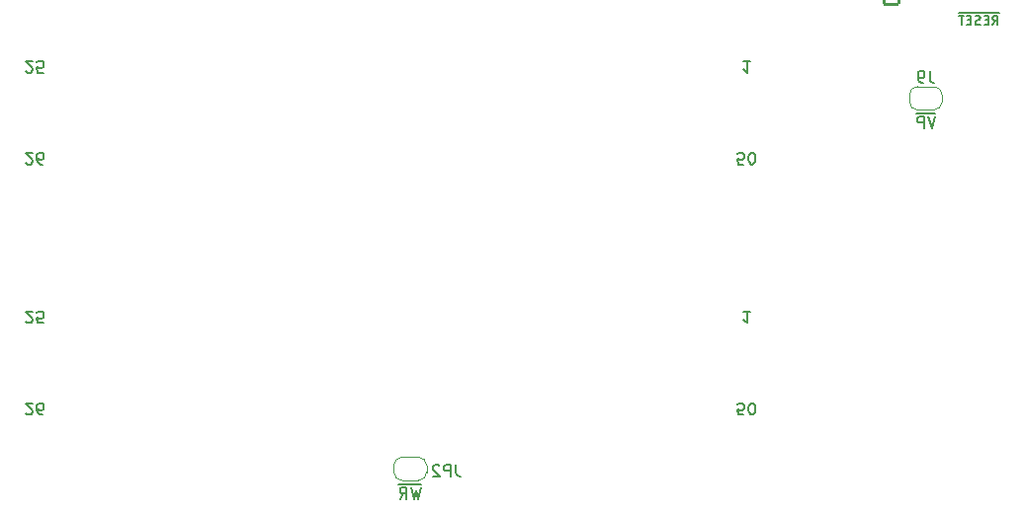
<source format=gbr>
G04 #@! TF.GenerationSoftware,KiCad,Pcbnew,7.0.7*
G04 #@! TF.CreationDate,2024-07-02T20:52:08-05:00*
G04 #@! TF.ProjectId,simple6502,73696d70-6c65-4363-9530-322e6b696361,1.6*
G04 #@! TF.SameCoordinates,Original*
G04 #@! TF.FileFunction,Legend,Bot*
G04 #@! TF.FilePolarity,Positive*
%FSLAX46Y46*%
G04 Gerber Fmt 4.6, Leading zero omitted, Abs format (unit mm)*
G04 Created by KiCad (PCBNEW 7.0.7) date 2024-07-02 20:52:08*
%MOMM*%
%LPD*%
G01*
G04 APERTURE LIST*
G04 Aperture macros list*
%AMRoundRect*
0 Rectangle with rounded corners*
0 $1 Rounding radius*
0 $2 $3 $4 $5 $6 $7 $8 $9 X,Y pos of 4 corners*
0 Add a 4 corners polygon primitive as box body*
4,1,4,$2,$3,$4,$5,$6,$7,$8,$9,$2,$3,0*
0 Add four circle primitives for the rounded corners*
1,1,$1+$1,$2,$3*
1,1,$1+$1,$4,$5*
1,1,$1+$1,$6,$7*
1,1,$1+$1,$8,$9*
0 Add four rect primitives between the rounded corners*
20,1,$1+$1,$2,$3,$4,$5,0*
20,1,$1+$1,$4,$5,$6,$7,0*
20,1,$1+$1,$6,$7,$8,$9,0*
20,1,$1+$1,$8,$9,$2,$3,0*%
%AMFreePoly0*
4,1,19,0.500000,-0.750000,0.000000,-0.750000,0.000000,-0.744911,-0.071157,-0.744911,-0.207708,-0.704816,-0.327430,-0.627875,-0.420627,-0.520320,-0.479746,-0.390866,-0.500000,-0.250000,-0.500000,0.250000,-0.479746,0.390866,-0.420627,0.520320,-0.327430,0.627875,-0.207708,0.704816,-0.071157,0.744911,0.000000,0.744911,0.000000,0.750000,0.500000,0.750000,0.500000,-0.750000,0.500000,-0.750000,
$1*%
%AMFreePoly1*
4,1,19,0.000000,0.744911,0.071157,0.744911,0.207708,0.704816,0.327430,0.627875,0.420627,0.520320,0.479746,0.390866,0.500000,0.250000,0.500000,-0.250000,0.479746,-0.390866,0.420627,-0.520320,0.327430,-0.627875,0.207708,-0.704816,0.071157,-0.744911,0.000000,-0.744911,0.000000,-0.750000,-0.500000,-0.750000,-0.500000,0.750000,0.000000,0.750000,0.000000,0.744911,0.000000,0.744911,
$1*%
G04 Aperture macros list end*
%ADD10C,0.150000*%
%ADD11C,0.120000*%
%ADD12R,1.600000X1.600000*%
%ADD13O,1.600000X1.600000*%
%ADD14C,1.600000*%
%ADD15C,1.400000*%
%ADD16O,1.400000X1.400000*%
%ADD17R,1.524000X1.524000*%
%ADD18C,1.524000*%
%ADD19RoundRect,0.102000X0.635000X0.635000X-0.635000X0.635000X-0.635000X-0.635000X0.635000X-0.635000X0*%
%ADD20C,1.474000*%
%ADD21R,1.800000X1.800000*%
%ADD22C,1.800000*%
%ADD23R,1.700000X1.700000*%
%ADD24O,1.700000X1.700000*%
%ADD25C,0.800000*%
%ADD26C,5.400000*%
%ADD27R,3.500000X3.500000*%
%ADD28RoundRect,0.750000X-0.750000X-1.000000X0.750000X-1.000000X0.750000X1.000000X-0.750000X1.000000X0*%
%ADD29RoundRect,0.875000X-0.875000X-0.875000X0.875000X-0.875000X0.875000X0.875000X-0.875000X0.875000X0*%
%ADD30C,1.700000*%
%ADD31FreePoly0,180.000000*%
%ADD32FreePoly1,180.000000*%
G04 APERTURE END LIST*
D10*
X137573696Y-56014295D02*
X137840363Y-55633342D01*
X138030839Y-56014295D02*
X138030839Y-55214295D01*
X138030839Y-55214295D02*
X137726077Y-55214295D01*
X137726077Y-55214295D02*
X137649887Y-55252390D01*
X137649887Y-55252390D02*
X137611792Y-55290485D01*
X137611792Y-55290485D02*
X137573696Y-55366676D01*
X137573696Y-55366676D02*
X137573696Y-55480961D01*
X137573696Y-55480961D02*
X137611792Y-55557152D01*
X137611792Y-55557152D02*
X137649887Y-55595247D01*
X137649887Y-55595247D02*
X137726077Y-55633342D01*
X137726077Y-55633342D02*
X138030839Y-55633342D01*
X137230839Y-55595247D02*
X136964173Y-55595247D01*
X136849887Y-56014295D02*
X137230839Y-56014295D01*
X137230839Y-56014295D02*
X137230839Y-55214295D01*
X137230839Y-55214295D02*
X136849887Y-55214295D01*
X136545125Y-55976200D02*
X136430839Y-56014295D01*
X136430839Y-56014295D02*
X136240363Y-56014295D01*
X136240363Y-56014295D02*
X136164172Y-55976200D01*
X136164172Y-55976200D02*
X136126077Y-55938104D01*
X136126077Y-55938104D02*
X136087982Y-55861914D01*
X136087982Y-55861914D02*
X136087982Y-55785723D01*
X136087982Y-55785723D02*
X136126077Y-55709533D01*
X136126077Y-55709533D02*
X136164172Y-55671438D01*
X136164172Y-55671438D02*
X136240363Y-55633342D01*
X136240363Y-55633342D02*
X136392744Y-55595247D01*
X136392744Y-55595247D02*
X136468934Y-55557152D01*
X136468934Y-55557152D02*
X136507029Y-55519057D01*
X136507029Y-55519057D02*
X136545125Y-55442866D01*
X136545125Y-55442866D02*
X136545125Y-55366676D01*
X136545125Y-55366676D02*
X136507029Y-55290485D01*
X136507029Y-55290485D02*
X136468934Y-55252390D01*
X136468934Y-55252390D02*
X136392744Y-55214295D01*
X136392744Y-55214295D02*
X136202267Y-55214295D01*
X136202267Y-55214295D02*
X136087982Y-55252390D01*
X135745124Y-55595247D02*
X135478458Y-55595247D01*
X135364172Y-56014295D02*
X135745124Y-56014295D01*
X135745124Y-56014295D02*
X135745124Y-55214295D01*
X135745124Y-55214295D02*
X135364172Y-55214295D01*
X135135600Y-55214295D02*
X134678457Y-55214295D01*
X134907029Y-56014295D02*
X134907029Y-55214295D01*
X138141316Y-54992200D02*
X134682267Y-54992200D01*
X54773160Y-67886942D02*
X54820779Y-67934561D01*
X54820779Y-67934561D02*
X54916017Y-67982180D01*
X54916017Y-67982180D02*
X55154112Y-67982180D01*
X55154112Y-67982180D02*
X55249350Y-67934561D01*
X55249350Y-67934561D02*
X55296969Y-67886942D01*
X55296969Y-67886942D02*
X55344588Y-67791704D01*
X55344588Y-67791704D02*
X55344588Y-67696466D01*
X55344588Y-67696466D02*
X55296969Y-67553609D01*
X55296969Y-67553609D02*
X54725541Y-66982180D01*
X54725541Y-66982180D02*
X55344588Y-66982180D01*
X56201731Y-67982180D02*
X56011255Y-67982180D01*
X56011255Y-67982180D02*
X55916017Y-67934561D01*
X55916017Y-67934561D02*
X55868398Y-67886942D01*
X55868398Y-67886942D02*
X55773160Y-67744085D01*
X55773160Y-67744085D02*
X55725541Y-67553609D01*
X55725541Y-67553609D02*
X55725541Y-67172657D01*
X55725541Y-67172657D02*
X55773160Y-67077419D01*
X55773160Y-67077419D02*
X55820779Y-67029800D01*
X55820779Y-67029800D02*
X55916017Y-66982180D01*
X55916017Y-66982180D02*
X56106493Y-66982180D01*
X56106493Y-66982180D02*
X56201731Y-67029800D01*
X56201731Y-67029800D02*
X56249350Y-67077419D01*
X56249350Y-67077419D02*
X56296969Y-67172657D01*
X56296969Y-67172657D02*
X56296969Y-67410752D01*
X56296969Y-67410752D02*
X56249350Y-67505990D01*
X56249350Y-67505990D02*
X56201731Y-67553609D01*
X56201731Y-67553609D02*
X56106493Y-67601228D01*
X56106493Y-67601228D02*
X55916017Y-67601228D01*
X55916017Y-67601228D02*
X55820779Y-67553609D01*
X55820779Y-67553609D02*
X55773160Y-67505990D01*
X55773160Y-67505990D02*
X55725541Y-67410752D01*
X116256969Y-67982180D02*
X115780779Y-67982180D01*
X115780779Y-67982180D02*
X115733160Y-67505990D01*
X115733160Y-67505990D02*
X115780779Y-67553609D01*
X115780779Y-67553609D02*
X115876017Y-67601228D01*
X115876017Y-67601228D02*
X116114112Y-67601228D01*
X116114112Y-67601228D02*
X116209350Y-67553609D01*
X116209350Y-67553609D02*
X116256969Y-67505990D01*
X116256969Y-67505990D02*
X116304588Y-67410752D01*
X116304588Y-67410752D02*
X116304588Y-67172657D01*
X116304588Y-67172657D02*
X116256969Y-67077419D01*
X116256969Y-67077419D02*
X116209350Y-67029800D01*
X116209350Y-67029800D02*
X116114112Y-66982180D01*
X116114112Y-66982180D02*
X115876017Y-66982180D01*
X115876017Y-66982180D02*
X115780779Y-67029800D01*
X115780779Y-67029800D02*
X115733160Y-67077419D01*
X116923636Y-67982180D02*
X117018874Y-67982180D01*
X117018874Y-67982180D02*
X117114112Y-67934561D01*
X117114112Y-67934561D02*
X117161731Y-67886942D01*
X117161731Y-67886942D02*
X117209350Y-67791704D01*
X117209350Y-67791704D02*
X117256969Y-67601228D01*
X117256969Y-67601228D02*
X117256969Y-67363133D01*
X117256969Y-67363133D02*
X117209350Y-67172657D01*
X117209350Y-67172657D02*
X117161731Y-67077419D01*
X117161731Y-67077419D02*
X117114112Y-67029800D01*
X117114112Y-67029800D02*
X117018874Y-66982180D01*
X117018874Y-66982180D02*
X116923636Y-66982180D01*
X116923636Y-66982180D02*
X116828398Y-67029800D01*
X116828398Y-67029800D02*
X116780779Y-67077419D01*
X116780779Y-67077419D02*
X116733160Y-67172657D01*
X116733160Y-67172657D02*
X116685541Y-67363133D01*
X116685541Y-67363133D02*
X116685541Y-67601228D01*
X116685541Y-67601228D02*
X116733160Y-67791704D01*
X116733160Y-67791704D02*
X116780779Y-67886942D01*
X116780779Y-67886942D02*
X116828398Y-67934561D01*
X116828398Y-67934561D02*
X116923636Y-67982180D01*
X54773160Y-60012942D02*
X54820779Y-60060561D01*
X54820779Y-60060561D02*
X54916017Y-60108180D01*
X54916017Y-60108180D02*
X55154112Y-60108180D01*
X55154112Y-60108180D02*
X55249350Y-60060561D01*
X55249350Y-60060561D02*
X55296969Y-60012942D01*
X55296969Y-60012942D02*
X55344588Y-59917704D01*
X55344588Y-59917704D02*
X55344588Y-59822466D01*
X55344588Y-59822466D02*
X55296969Y-59679609D01*
X55296969Y-59679609D02*
X54725541Y-59108180D01*
X54725541Y-59108180D02*
X55344588Y-59108180D01*
X56249350Y-60108180D02*
X55773160Y-60108180D01*
X55773160Y-60108180D02*
X55725541Y-59631990D01*
X55725541Y-59631990D02*
X55773160Y-59679609D01*
X55773160Y-59679609D02*
X55868398Y-59727228D01*
X55868398Y-59727228D02*
X56106493Y-59727228D01*
X56106493Y-59727228D02*
X56201731Y-59679609D01*
X56201731Y-59679609D02*
X56249350Y-59631990D01*
X56249350Y-59631990D02*
X56296969Y-59536752D01*
X56296969Y-59536752D02*
X56296969Y-59298657D01*
X56296969Y-59298657D02*
X56249350Y-59203419D01*
X56249350Y-59203419D02*
X56201731Y-59155800D01*
X56201731Y-59155800D02*
X56106493Y-59108180D01*
X56106493Y-59108180D02*
X55868398Y-59108180D01*
X55868398Y-59108180D02*
X55773160Y-59155800D01*
X55773160Y-59155800D02*
X55725541Y-59203419D01*
X116812588Y-59108180D02*
X116241160Y-59108180D01*
X116526874Y-59108180D02*
X116526874Y-60108180D01*
X116526874Y-60108180D02*
X116431636Y-59965323D01*
X116431636Y-59965323D02*
X116336398Y-59870085D01*
X116336398Y-59870085D02*
X116241160Y-59822466D01*
X54773160Y-89376942D02*
X54820779Y-89424561D01*
X54820779Y-89424561D02*
X54916017Y-89472180D01*
X54916017Y-89472180D02*
X55154112Y-89472180D01*
X55154112Y-89472180D02*
X55249350Y-89424561D01*
X55249350Y-89424561D02*
X55296969Y-89376942D01*
X55296969Y-89376942D02*
X55344588Y-89281704D01*
X55344588Y-89281704D02*
X55344588Y-89186466D01*
X55344588Y-89186466D02*
X55296969Y-89043609D01*
X55296969Y-89043609D02*
X54725541Y-88472180D01*
X54725541Y-88472180D02*
X55344588Y-88472180D01*
X56201731Y-89472180D02*
X56011255Y-89472180D01*
X56011255Y-89472180D02*
X55916017Y-89424561D01*
X55916017Y-89424561D02*
X55868398Y-89376942D01*
X55868398Y-89376942D02*
X55773160Y-89234085D01*
X55773160Y-89234085D02*
X55725541Y-89043609D01*
X55725541Y-89043609D02*
X55725541Y-88662657D01*
X55725541Y-88662657D02*
X55773160Y-88567419D01*
X55773160Y-88567419D02*
X55820779Y-88519800D01*
X55820779Y-88519800D02*
X55916017Y-88472180D01*
X55916017Y-88472180D02*
X56106493Y-88472180D01*
X56106493Y-88472180D02*
X56201731Y-88519800D01*
X56201731Y-88519800D02*
X56249350Y-88567419D01*
X56249350Y-88567419D02*
X56296969Y-88662657D01*
X56296969Y-88662657D02*
X56296969Y-88900752D01*
X56296969Y-88900752D02*
X56249350Y-88995990D01*
X56249350Y-88995990D02*
X56201731Y-89043609D01*
X56201731Y-89043609D02*
X56106493Y-89091228D01*
X56106493Y-89091228D02*
X55916017Y-89091228D01*
X55916017Y-89091228D02*
X55820779Y-89043609D01*
X55820779Y-89043609D02*
X55773160Y-88995990D01*
X55773160Y-88995990D02*
X55725541Y-88900752D01*
X116812588Y-80598180D02*
X116241160Y-80598180D01*
X116526874Y-80598180D02*
X116526874Y-81598180D01*
X116526874Y-81598180D02*
X116431636Y-81455323D01*
X116431636Y-81455323D02*
X116336398Y-81360085D01*
X116336398Y-81360085D02*
X116241160Y-81312466D01*
X54773160Y-81502942D02*
X54820779Y-81550561D01*
X54820779Y-81550561D02*
X54916017Y-81598180D01*
X54916017Y-81598180D02*
X55154112Y-81598180D01*
X55154112Y-81598180D02*
X55249350Y-81550561D01*
X55249350Y-81550561D02*
X55296969Y-81502942D01*
X55296969Y-81502942D02*
X55344588Y-81407704D01*
X55344588Y-81407704D02*
X55344588Y-81312466D01*
X55344588Y-81312466D02*
X55296969Y-81169609D01*
X55296969Y-81169609D02*
X54725541Y-80598180D01*
X54725541Y-80598180D02*
X55344588Y-80598180D01*
X56249350Y-81598180D02*
X55773160Y-81598180D01*
X55773160Y-81598180D02*
X55725541Y-81121990D01*
X55725541Y-81121990D02*
X55773160Y-81169609D01*
X55773160Y-81169609D02*
X55868398Y-81217228D01*
X55868398Y-81217228D02*
X56106493Y-81217228D01*
X56106493Y-81217228D02*
X56201731Y-81169609D01*
X56201731Y-81169609D02*
X56249350Y-81121990D01*
X56249350Y-81121990D02*
X56296969Y-81026752D01*
X56296969Y-81026752D02*
X56296969Y-80788657D01*
X56296969Y-80788657D02*
X56249350Y-80693419D01*
X56249350Y-80693419D02*
X56201731Y-80645800D01*
X56201731Y-80645800D02*
X56106493Y-80598180D01*
X56106493Y-80598180D02*
X55868398Y-80598180D01*
X55868398Y-80598180D02*
X55773160Y-80645800D01*
X55773160Y-80645800D02*
X55725541Y-80693419D01*
X116256969Y-89472180D02*
X115780779Y-89472180D01*
X115780779Y-89472180D02*
X115733160Y-88995990D01*
X115733160Y-88995990D02*
X115780779Y-89043609D01*
X115780779Y-89043609D02*
X115876017Y-89091228D01*
X115876017Y-89091228D02*
X116114112Y-89091228D01*
X116114112Y-89091228D02*
X116209350Y-89043609D01*
X116209350Y-89043609D02*
X116256969Y-88995990D01*
X116256969Y-88995990D02*
X116304588Y-88900752D01*
X116304588Y-88900752D02*
X116304588Y-88662657D01*
X116304588Y-88662657D02*
X116256969Y-88567419D01*
X116256969Y-88567419D02*
X116209350Y-88519800D01*
X116209350Y-88519800D02*
X116114112Y-88472180D01*
X116114112Y-88472180D02*
X115876017Y-88472180D01*
X115876017Y-88472180D02*
X115780779Y-88519800D01*
X115780779Y-88519800D02*
X115733160Y-88567419D01*
X116923636Y-89472180D02*
X117018874Y-89472180D01*
X117018874Y-89472180D02*
X117114112Y-89424561D01*
X117114112Y-89424561D02*
X117161731Y-89376942D01*
X117161731Y-89376942D02*
X117209350Y-89281704D01*
X117209350Y-89281704D02*
X117256969Y-89091228D01*
X117256969Y-89091228D02*
X117256969Y-88853133D01*
X117256969Y-88853133D02*
X117209350Y-88662657D01*
X117209350Y-88662657D02*
X117161731Y-88567419D01*
X117161731Y-88567419D02*
X117114112Y-88519800D01*
X117114112Y-88519800D02*
X117018874Y-88472180D01*
X117018874Y-88472180D02*
X116923636Y-88472180D01*
X116923636Y-88472180D02*
X116828398Y-88519800D01*
X116828398Y-88519800D02*
X116780779Y-88567419D01*
X116780779Y-88567419D02*
X116733160Y-88662657D01*
X116733160Y-88662657D02*
X116685541Y-88853133D01*
X116685541Y-88853133D02*
X116685541Y-89091228D01*
X116685541Y-89091228D02*
X116733160Y-89281704D01*
X116733160Y-89281704D02*
X116780779Y-89376942D01*
X116780779Y-89376942D02*
X116828398Y-89424561D01*
X116828398Y-89424561D02*
X116923636Y-89472180D01*
X91613333Y-93764819D02*
X91613333Y-94479104D01*
X91613333Y-94479104D02*
X91660952Y-94621961D01*
X91660952Y-94621961D02*
X91756190Y-94717200D01*
X91756190Y-94717200D02*
X91899047Y-94764819D01*
X91899047Y-94764819D02*
X91994285Y-94764819D01*
X91137142Y-94764819D02*
X91137142Y-93764819D01*
X91137142Y-93764819D02*
X90756190Y-93764819D01*
X90756190Y-93764819D02*
X90660952Y-93812438D01*
X90660952Y-93812438D02*
X90613333Y-93860057D01*
X90613333Y-93860057D02*
X90565714Y-93955295D01*
X90565714Y-93955295D02*
X90565714Y-94098152D01*
X90565714Y-94098152D02*
X90613333Y-94193390D01*
X90613333Y-94193390D02*
X90660952Y-94241009D01*
X90660952Y-94241009D02*
X90756190Y-94288628D01*
X90756190Y-94288628D02*
X91137142Y-94288628D01*
X90184761Y-93860057D02*
X90137142Y-93812438D01*
X90137142Y-93812438D02*
X90041904Y-93764819D01*
X90041904Y-93764819D02*
X89803809Y-93764819D01*
X89803809Y-93764819D02*
X89708571Y-93812438D01*
X89708571Y-93812438D02*
X89660952Y-93860057D01*
X89660952Y-93860057D02*
X89613333Y-93955295D01*
X89613333Y-93955295D02*
X89613333Y-94050533D01*
X89613333Y-94050533D02*
X89660952Y-94193390D01*
X89660952Y-94193390D02*
X90232380Y-94764819D01*
X90232380Y-94764819D02*
X89613333Y-94764819D01*
X88618570Y-95704819D02*
X88380475Y-96704819D01*
X88380475Y-96704819D02*
X88189999Y-95990533D01*
X88189999Y-95990533D02*
X87999523Y-96704819D01*
X87999523Y-96704819D02*
X87761428Y-95704819D01*
X86809047Y-96704819D02*
X87142380Y-96228628D01*
X87380475Y-96704819D02*
X87380475Y-95704819D01*
X87380475Y-95704819D02*
X86999523Y-95704819D01*
X86999523Y-95704819D02*
X86904285Y-95752438D01*
X86904285Y-95752438D02*
X86856666Y-95800057D01*
X86856666Y-95800057D02*
X86809047Y-95895295D01*
X86809047Y-95895295D02*
X86809047Y-96038152D01*
X86809047Y-96038152D02*
X86856666Y-96133390D01*
X86856666Y-96133390D02*
X86904285Y-96181009D01*
X86904285Y-96181009D02*
X86999523Y-96228628D01*
X86999523Y-96228628D02*
X87380475Y-96228628D01*
X88661428Y-95427200D02*
X86718571Y-95427200D01*
X132193333Y-59974819D02*
X132193333Y-60689104D01*
X132193333Y-60689104D02*
X132240952Y-60831961D01*
X132240952Y-60831961D02*
X132336190Y-60927200D01*
X132336190Y-60927200D02*
X132479047Y-60974819D01*
X132479047Y-60974819D02*
X132574285Y-60974819D01*
X131669523Y-60974819D02*
X131479047Y-60974819D01*
X131479047Y-60974819D02*
X131383809Y-60927200D01*
X131383809Y-60927200D02*
X131336190Y-60879580D01*
X131336190Y-60879580D02*
X131240952Y-60736723D01*
X131240952Y-60736723D02*
X131193333Y-60546247D01*
X131193333Y-60546247D02*
X131193333Y-60165295D01*
X131193333Y-60165295D02*
X131240952Y-60070057D01*
X131240952Y-60070057D02*
X131288571Y-60022438D01*
X131288571Y-60022438D02*
X131383809Y-59974819D01*
X131383809Y-59974819D02*
X131574285Y-59974819D01*
X131574285Y-59974819D02*
X131669523Y-60022438D01*
X131669523Y-60022438D02*
X131717142Y-60070057D01*
X131717142Y-60070057D02*
X131764761Y-60165295D01*
X131764761Y-60165295D02*
X131764761Y-60403390D01*
X131764761Y-60403390D02*
X131717142Y-60498628D01*
X131717142Y-60498628D02*
X131669523Y-60546247D01*
X131669523Y-60546247D02*
X131574285Y-60593866D01*
X131574285Y-60593866D02*
X131383809Y-60593866D01*
X131383809Y-60593866D02*
X131288571Y-60546247D01*
X131288571Y-60546247D02*
X131240952Y-60498628D01*
X131240952Y-60498628D02*
X131193333Y-60403390D01*
X132693332Y-63884819D02*
X132359999Y-64884819D01*
X132359999Y-64884819D02*
X132026666Y-63884819D01*
X131693332Y-64884819D02*
X131693332Y-63884819D01*
X131693332Y-63884819D02*
X131312380Y-63884819D01*
X131312380Y-63884819D02*
X131217142Y-63932438D01*
X131217142Y-63932438D02*
X131169523Y-63980057D01*
X131169523Y-63980057D02*
X131121904Y-64075295D01*
X131121904Y-64075295D02*
X131121904Y-64218152D01*
X131121904Y-64218152D02*
X131169523Y-64313390D01*
X131169523Y-64313390D02*
X131217142Y-64361009D01*
X131217142Y-64361009D02*
X131312380Y-64408628D01*
X131312380Y-64408628D02*
X131693332Y-64408628D01*
X132688571Y-63607200D02*
X131031428Y-63607200D01*
D11*
X89100000Y-94420000D02*
X89100000Y-93820000D01*
X88400000Y-93120000D02*
X87000000Y-93120000D01*
X87000000Y-95120000D02*
X88400000Y-95120000D01*
X86300000Y-93820000D02*
X86300000Y-94420000D01*
X88400000Y-95120000D02*
G75*
G03*
X89100000Y-94420000I1J699999D01*
G01*
X89100000Y-93820000D02*
G75*
G03*
X88400000Y-93120000I-699999J1D01*
G01*
X86300000Y-94420000D02*
G75*
G03*
X87000000Y-95120000I700000J0D01*
G01*
X87000000Y-93120000D02*
G75*
G03*
X86300000Y-93820000I0J-700000D01*
G01*
X133260000Y-62620000D02*
X133260000Y-62020000D01*
X132560000Y-61320000D02*
X131160000Y-61320000D01*
X131160000Y-63320000D02*
X132560000Y-63320000D01*
X130460000Y-62020000D02*
X130460000Y-62620000D01*
X132560000Y-63320000D02*
G75*
G03*
X133260000Y-62620000I1J699999D01*
G01*
X133260000Y-62020000D02*
G75*
G03*
X132560000Y-61320000I-699999J1D01*
G01*
X130460000Y-62620000D02*
G75*
G03*
X131160000Y-63320000I700000J0D01*
G01*
X131160000Y-61320000D02*
G75*
G03*
X130460000Y-62020000I0J-700000D01*
G01*
%LPC*%
D12*
X55810000Y-122720000D03*
D13*
X58350000Y-122720000D03*
X60890000Y-122720000D03*
X63430000Y-122720000D03*
X65970000Y-122720000D03*
X68510000Y-122720000D03*
X71050000Y-122720000D03*
X73590000Y-122720000D03*
X73590000Y-115100000D03*
X71050000Y-115100000D03*
X68510000Y-115100000D03*
X65970000Y-115100000D03*
X63430000Y-115100000D03*
X60890000Y-115100000D03*
X58350000Y-115100000D03*
X55810000Y-115100000D03*
D12*
X55400000Y-73050000D03*
D14*
X55400000Y-75550000D03*
D15*
X147500000Y-72500000D03*
D16*
X147500000Y-80120000D03*
D15*
X147500000Y-67400000D03*
D16*
X147500000Y-59780000D03*
D17*
X116460000Y-61020000D03*
D18*
X113920000Y-61020000D03*
X111390000Y-61020000D03*
X108860000Y-61020000D03*
X106320000Y-61020000D03*
X103780000Y-61020000D03*
X101240000Y-61020000D03*
X98700000Y-61020000D03*
X96160000Y-61020000D03*
X93600000Y-61010000D03*
X91060000Y-61010000D03*
X88520000Y-61010000D03*
X85980000Y-61010000D03*
X83440000Y-61010000D03*
X80900000Y-61010000D03*
X78360000Y-61010000D03*
X75820000Y-61010000D03*
X73280000Y-61010000D03*
X70740000Y-61010000D03*
X68200000Y-61010000D03*
X65660000Y-61010000D03*
X63120000Y-61010000D03*
X60580000Y-61010000D03*
X58040000Y-61010000D03*
X55500000Y-61010000D03*
X55500000Y-66090000D03*
X58040000Y-66090000D03*
X60580000Y-66090000D03*
X63120000Y-66090000D03*
X65660000Y-66090000D03*
X68200000Y-66090000D03*
X70740000Y-66090000D03*
X73280000Y-66090000D03*
X75820000Y-66090000D03*
X78360000Y-66090000D03*
X80900000Y-66090000D03*
X83440000Y-66090000D03*
X85980000Y-66090000D03*
X88520000Y-66090000D03*
X91060000Y-66090000D03*
X93600000Y-66090000D03*
X96140000Y-66090000D03*
X98680000Y-66090000D03*
X101220000Y-66090000D03*
X103760000Y-66090000D03*
X106300000Y-66090000D03*
X108840000Y-66090000D03*
X111380000Y-66090000D03*
X113920000Y-66090000D03*
X116460000Y-66090000D03*
D14*
X52900000Y-91900000D03*
X52900000Y-94400000D03*
X82950000Y-111410000D03*
X82950000Y-113910000D03*
D15*
X65540000Y-134630000D03*
D16*
X65540000Y-127010000D03*
D19*
X128940000Y-53590000D03*
D20*
X127670000Y-55360000D03*
X126400000Y-53590000D03*
D14*
X52900000Y-103450000D03*
X52900000Y-105950000D03*
D21*
X70420000Y-132990000D03*
D22*
X72960000Y-132990000D03*
D17*
X116460000Y-82510000D03*
D18*
X113920000Y-82510000D03*
X111390000Y-82510000D03*
X108860000Y-82510000D03*
X106320000Y-82510000D03*
X103780000Y-82510000D03*
X101240000Y-82510000D03*
X98700000Y-82510000D03*
X96160000Y-82510000D03*
X93600000Y-82500000D03*
X91060000Y-82500000D03*
X88520000Y-82500000D03*
X85980000Y-82500000D03*
X83440000Y-82500000D03*
X80900000Y-82500000D03*
X78360000Y-82500000D03*
X75820000Y-82500000D03*
X73280000Y-82500000D03*
X70740000Y-82500000D03*
X68200000Y-82500000D03*
X65660000Y-82500000D03*
X63120000Y-82500000D03*
X60580000Y-82500000D03*
X58040000Y-82500000D03*
X55500000Y-82500000D03*
X55500000Y-87580000D03*
X58040000Y-87580000D03*
X60580000Y-87580000D03*
X63120000Y-87580000D03*
X65660000Y-87580000D03*
X68200000Y-87580000D03*
X70740000Y-87580000D03*
X73280000Y-87580000D03*
X75820000Y-87580000D03*
X78360000Y-87580000D03*
X80900000Y-87580000D03*
X83440000Y-87580000D03*
X85980000Y-87580000D03*
X88520000Y-87580000D03*
X91060000Y-87580000D03*
X93600000Y-87580000D03*
X96140000Y-87580000D03*
X98680000Y-87580000D03*
X101220000Y-87580000D03*
X103760000Y-87580000D03*
X106300000Y-87580000D03*
X108840000Y-87580000D03*
X111380000Y-87580000D03*
X113920000Y-87580000D03*
X116460000Y-87580000D03*
D15*
X123960000Y-69880000D03*
D16*
X123960000Y-77500000D03*
D14*
X121600000Y-55360000D03*
X121600000Y-52860000D03*
D23*
X82700000Y-144300000D03*
X61950000Y-140610000D03*
D24*
X61950000Y-143150000D03*
X61950000Y-145690000D03*
D25*
X52975000Y-55000000D03*
X53568109Y-53568109D03*
X53568109Y-56431891D03*
X55000000Y-52975000D03*
D26*
X55000000Y-55000000D03*
D25*
X55000000Y-57025000D03*
X56431891Y-53568109D03*
X56431891Y-56431891D03*
X57025000Y-55000000D03*
D12*
X86600000Y-126600000D03*
D13*
X89140000Y-126600000D03*
X91680000Y-126600000D03*
X94220000Y-126600000D03*
X96760000Y-126600000D03*
X99300000Y-126600000D03*
X101840000Y-126600000D03*
X104380000Y-126600000D03*
X106920000Y-126600000D03*
X109460000Y-126600000D03*
X112000000Y-126600000D03*
X114540000Y-126600000D03*
X117080000Y-126600000D03*
X119620000Y-126600000D03*
X119620000Y-111360000D03*
X117080000Y-111360000D03*
X114540000Y-111360000D03*
X112000000Y-111360000D03*
X109460000Y-111360000D03*
X106920000Y-111360000D03*
X104380000Y-111360000D03*
X101840000Y-111360000D03*
X99300000Y-111360000D03*
X96760000Y-111360000D03*
X94220000Y-111360000D03*
X91680000Y-111360000D03*
X89140000Y-111360000D03*
X86600000Y-111360000D03*
D23*
X124100000Y-124400000D03*
D24*
X124100000Y-121860000D03*
X124100000Y-119320000D03*
D27*
X60000000Y-132250000D03*
D28*
X54000000Y-132250000D03*
D29*
X57000000Y-136950000D03*
D25*
X52975000Y-145000000D03*
X53568109Y-143568109D03*
X53568109Y-146431891D03*
X55000000Y-142975000D03*
D26*
X55000000Y-145000000D03*
D25*
X55000000Y-147025000D03*
X56431891Y-143568109D03*
X56431891Y-146431891D03*
X57025000Y-145000000D03*
D23*
X61520000Y-56050000D03*
D24*
X61520000Y-53510000D03*
D12*
X91740000Y-145640000D03*
D13*
X94280000Y-145640000D03*
X96820000Y-145640000D03*
X99360000Y-145640000D03*
X101900000Y-145640000D03*
X104440000Y-145640000D03*
X106980000Y-145640000D03*
X109520000Y-145640000D03*
X112060000Y-145640000D03*
X114600000Y-145640000D03*
X117140000Y-145640000D03*
X119680000Y-145640000D03*
X119680000Y-130400000D03*
X117140000Y-130400000D03*
X114600000Y-130400000D03*
X112060000Y-130400000D03*
X109520000Y-130400000D03*
X106980000Y-130400000D03*
X104440000Y-130400000D03*
X101900000Y-130400000D03*
X99360000Y-130400000D03*
X96820000Y-130400000D03*
X94280000Y-130400000D03*
X91740000Y-130400000D03*
D15*
X123970000Y-67310000D03*
D16*
X123970000Y-59690000D03*
D23*
X131840000Y-131080000D03*
D24*
X129300000Y-131080000D03*
D21*
X75150000Y-145100000D03*
D22*
X72650000Y-145100000D03*
X70150000Y-145100000D03*
X75150000Y-139100000D03*
X72650000Y-139100000D03*
X70150000Y-139100000D03*
D12*
X128260000Y-62310000D03*
D13*
X128260000Y-64850000D03*
X128260000Y-67390000D03*
X128260000Y-69930000D03*
X128260000Y-72470000D03*
X128260000Y-75010000D03*
X128260000Y-77550000D03*
X128260000Y-80090000D03*
X128260000Y-82630000D03*
X128260000Y-85170000D03*
X128260000Y-87710000D03*
X128260000Y-90250000D03*
X128260000Y-92790000D03*
X128260000Y-95330000D03*
X128260000Y-97870000D03*
X128260000Y-100410000D03*
X128260000Y-102950000D03*
X128260000Y-105490000D03*
X128260000Y-108030000D03*
X128260000Y-110570000D03*
X143500000Y-110570000D03*
X143500000Y-108030000D03*
X143500000Y-105490000D03*
X143500000Y-102950000D03*
X143500000Y-100410000D03*
X143500000Y-97870000D03*
X143500000Y-95330000D03*
X143500000Y-92790000D03*
X143500000Y-90250000D03*
X143500000Y-87710000D03*
X143500000Y-85170000D03*
X143500000Y-82630000D03*
X143500000Y-80090000D03*
X143500000Y-77550000D03*
X143500000Y-75010000D03*
X143500000Y-72470000D03*
X143500000Y-69930000D03*
X143500000Y-67390000D03*
X143500000Y-64850000D03*
X143500000Y-62310000D03*
D23*
X116450000Y-52640000D03*
D24*
X116450000Y-55180000D03*
X113910000Y-52640000D03*
X113910000Y-55180000D03*
X111370000Y-52640000D03*
X111370000Y-55180000D03*
X108830000Y-52640000D03*
X108830000Y-55180000D03*
X106290000Y-52640000D03*
X106290000Y-55180000D03*
X103750000Y-52640000D03*
X103750000Y-55180000D03*
X101210000Y-52640000D03*
X101210000Y-55180000D03*
X98670000Y-52640000D03*
X98670000Y-55180000D03*
X96130000Y-52640000D03*
X96130000Y-55180000D03*
X93590000Y-52640000D03*
X93590000Y-55180000D03*
X91050000Y-52640000D03*
X91050000Y-55180000D03*
X88510000Y-52640000D03*
X88510000Y-55180000D03*
X85970000Y-52640000D03*
X85970000Y-55180000D03*
X83430000Y-52640000D03*
X83430000Y-55180000D03*
X80890000Y-52640000D03*
X80890000Y-55180000D03*
X78350000Y-52640000D03*
X78350000Y-55180000D03*
X75810000Y-52640000D03*
X75810000Y-55180000D03*
X73270000Y-52640000D03*
X73270000Y-55180000D03*
X70730000Y-52640000D03*
X70730000Y-55180000D03*
X68190000Y-52640000D03*
X68190000Y-55180000D03*
D23*
X138000000Y-131100000D03*
D24*
X138000000Y-133640000D03*
X138000000Y-136180000D03*
X138000000Y-138720000D03*
X138000000Y-141260000D03*
X138000000Y-143800000D03*
D23*
X133210000Y-53170000D03*
D30*
X139710000Y-53170000D03*
X133210000Y-57670000D03*
X139710000Y-57670000D03*
D15*
X120530000Y-69890000D03*
D16*
X120530000Y-77510000D03*
D12*
X58340000Y-111070000D03*
D13*
X60880000Y-111070000D03*
X63420000Y-111070000D03*
X65960000Y-111070000D03*
X68500000Y-111070000D03*
X71040000Y-111070000D03*
X73580000Y-111070000D03*
X73580000Y-103450000D03*
X71040000Y-103450000D03*
X68500000Y-103450000D03*
X65960000Y-103450000D03*
X63420000Y-103450000D03*
X60880000Y-103450000D03*
X58340000Y-103450000D03*
D12*
X145100000Y-116900000D03*
D14*
X129860000Y-116900000D03*
X129860000Y-124520000D03*
X145100000Y-124520000D03*
D12*
X86500000Y-107100000D03*
D13*
X89040000Y-107100000D03*
X91580000Y-107100000D03*
X94120000Y-107100000D03*
X96660000Y-107100000D03*
X99200000Y-107100000D03*
X101740000Y-107100000D03*
X104280000Y-107100000D03*
X106820000Y-107100000D03*
X109360000Y-107100000D03*
X111900000Y-107100000D03*
X114440000Y-107100000D03*
X116980000Y-107100000D03*
X119520000Y-107100000D03*
X119520000Y-91860000D03*
X116980000Y-91860000D03*
X114440000Y-91860000D03*
X111900000Y-91860000D03*
X109360000Y-91860000D03*
X106820000Y-91860000D03*
X104280000Y-91860000D03*
X101740000Y-91860000D03*
X99200000Y-91860000D03*
X96660000Y-91860000D03*
X94120000Y-91860000D03*
X91580000Y-91860000D03*
X89040000Y-91860000D03*
X86500000Y-91860000D03*
D25*
X142975000Y-145000000D03*
X143568109Y-143568109D03*
X143568109Y-146431891D03*
X145000000Y-142975000D03*
D26*
X145000000Y-145000000D03*
D25*
X145000000Y-147025000D03*
X146431891Y-143568109D03*
X146431891Y-146431891D03*
X147025000Y-145000000D03*
D14*
X83000000Y-91850000D03*
X80500000Y-91850000D03*
X125180000Y-80100000D03*
X122680000Y-80100000D03*
D12*
X58300000Y-99470000D03*
D13*
X60840000Y-99470000D03*
X63380000Y-99470000D03*
X65920000Y-99470000D03*
X68460000Y-99470000D03*
X71000000Y-99470000D03*
X73540000Y-99470000D03*
X73540000Y-91850000D03*
X71000000Y-91850000D03*
X68460000Y-91850000D03*
X65920000Y-91850000D03*
X63380000Y-91850000D03*
X60840000Y-91850000D03*
X58300000Y-91850000D03*
D25*
X142975000Y-55000000D03*
X143568109Y-53568109D03*
X143568109Y-56431891D03*
X145000000Y-52975000D03*
D26*
X145000000Y-55000000D03*
D25*
X145000000Y-57025000D03*
X146431891Y-53568109D03*
X146431891Y-56431891D03*
X147025000Y-55000000D03*
D31*
X88350000Y-94120000D03*
D32*
X87050000Y-94120000D03*
D31*
X132510000Y-62320000D03*
D32*
X131210000Y-62320000D03*
%LPD*%
M02*

</source>
